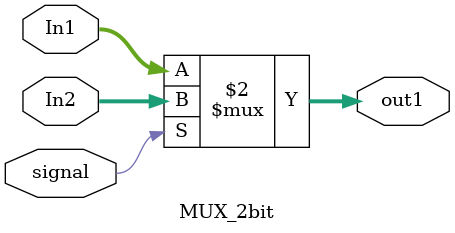
<source format=v>
`timescale 1ns / 1ps
module MUX_2bit(
    input [1:0] In1,
    input [1:0] In2,
    input signal,
    output [1:0] out1
    );
	
	 assign out1 = (signal == 1'b0) ? In1 :
						In2;		


endmodule

</source>
